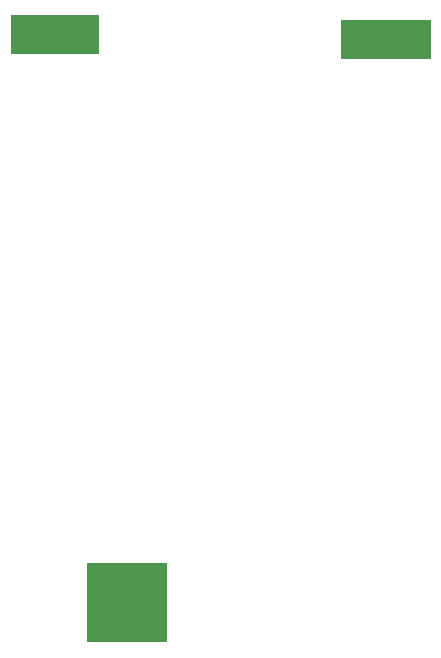
<source format=gtl>
%FSTAX23Y23*%
%MOIN*%
%SFA1B1*%

%IPPOS*%
%AMD19*
4,1,8,-0.013800,0.002900,-0.013800,-0.002900,-0.011800,-0.004900,0.011800,-0.004900,0.013800,-0.002900,0.013800,0.002900,0.011800,0.004900,-0.011800,0.004900,-0.013800,0.002900,0.0*
1,1,0.004000,-0.011800,0.002900*
1,1,0.004000,-0.011800,-0.002900*
1,1,0.004000,0.011800,-0.002900*
1,1,0.004000,0.011800,0.002900*
%
%AMD20*
4,1,8,0.002900,0.013800,-0.002900,0.013800,-0.004900,0.011800,-0.004900,-0.011800,-0.002900,-0.013800,0.002900,-0.013800,0.004900,-0.011800,0.004900,0.011800,0.002900,0.013800,0.0*
1,1,0.004000,0.002900,0.011800*
1,1,0.004000,-0.002900,0.011800*
1,1,0.004000,-0.002900,-0.011800*
1,1,0.004000,0.002900,-0.011800*
%
%AMD23*
4,1,8,0.036500,0.012200,-0.036500,0.012200,-0.048700,0.000000,-0.048700,0.000000,-0.036500,-0.012200,0.036500,-0.012200,0.048700,0.000000,0.048700,0.000000,0.036500,0.012200,0.0*
1,1,0.024400,0.036500,0.000000*
1,1,0.024400,-0.036500,0.000000*
1,1,0.024400,-0.036500,0.000000*
1,1,0.024400,0.036500,0.000000*
%
%AMD31*
4,1,8,0.003500,0.011800,-0.003500,0.011800,-0.004700,0.010600,-0.004700,-0.010600,-0.003500,-0.011800,0.003500,-0.011800,0.004700,-0.010600,0.004700,0.010600,0.003500,0.011800,0.0*
1,1,0.002400,0.003500,0.010600*
1,1,0.002400,-0.003500,0.010600*
1,1,0.002400,-0.003500,-0.010600*
1,1,0.002400,0.003500,-0.010600*
%
%AMD32*
4,1,8,0.010600,0.004700,-0.010600,0.004700,-0.011800,0.003500,-0.011800,-0.003500,-0.010600,-0.004700,0.010600,-0.004700,0.011800,-0.003500,0.011800,0.003500,0.010600,0.004700,0.0*
1,1,0.002400,0.010600,0.003500*
1,1,0.002400,-0.010600,0.003500*
1,1,0.002400,-0.010600,-0.003500*
1,1,0.002400,0.010600,-0.003500*
%
%AMD40*
4,1,8,0.121400,-0.045300,0.121400,0.045300,0.119500,0.047200,-0.119500,0.047200,-0.121400,0.045300,-0.121400,-0.045300,-0.119500,-0.047200,0.119500,-0.047200,0.121400,-0.045300,0.0*
1,1,0.003800,0.119500,-0.045300*
1,1,0.003800,0.119500,0.045300*
1,1,0.003800,-0.119500,0.045300*
1,1,0.003800,-0.119500,-0.045300*
%
%AMD41*
4,1,8,0.006900,0.031500,-0.006900,0.031500,-0.008800,0.029600,-0.008800,-0.029600,-0.006900,-0.031500,0.006900,-0.031500,0.008800,-0.029600,0.008800,0.029600,0.006900,0.031500,0.0*
1,1,0.003800,0.006900,0.029600*
1,1,0.003800,-0.006900,0.029600*
1,1,0.003800,-0.006900,-0.029600*
1,1,0.003800,0.006900,-0.029600*
%
%AMD44*
4,1,8,-0.025600,0.004400,-0.025600,-0.004400,-0.021200,-0.008800,0.021200,-0.008800,0.025600,-0.004400,0.025600,0.004400,0.021200,0.008800,-0.021200,0.008800,-0.025600,0.004400,0.0*
1,1,0.008800,-0.021200,0.004400*
1,1,0.008800,-0.021200,-0.004400*
1,1,0.008800,0.021200,-0.004400*
1,1,0.008800,0.021200,0.004400*
%
%AMD45*
4,1,8,-0.025600,0.004400,-0.025600,-0.004400,-0.021200,-0.008800,0.021200,-0.008800,0.025600,-0.004400,0.025600,0.004400,0.021200,0.008800,-0.021200,0.008800,-0.025600,0.004400,0.0*
1,1,0.008800,-0.021200,0.004400*
1,1,0.008800,-0.021200,-0.004400*
1,1,0.008800,0.021200,-0.004400*
1,1,0.008800,0.021200,0.004400*
%
%ADD11C,0.010000*%
%ADD16C,0.012000*%
%ADD17R,0.033500X0.053100*%
%ADD18R,0.057100X0.047200*%
G04~CAMADD=19~8~0.0~0.0~98.0~276.0~20.0~0.0~15~0.0~0.0~0.0~0.0~0~0.0~0.0~0.0~0.0~0~0.0~0.0~0.0~90.0~276.0~98.0*
%ADD19D19*%
G04~CAMADD=20~8~0.0~0.0~98.0~276.0~20.0~0.0~15~0.0~0.0~0.0~0.0~0~0.0~0.0~0.0~0.0~0~0.0~0.0~0.0~0.0~98.0~276.0*
%ADD20D20*%
%ADD21R,0.135800X0.135800*%
%ADD22R,0.035400X0.029500*%
G04~CAMADD=23~8~0.0~0.0~974.0~245.0~122.0~0.0~15~0.0~0.0~0.0~0.0~0~0.0~0.0~0.0~0.0~0~0.0~0.0~0.0~0.0~974.0~245.0*
%ADD23D23*%
%ADD24R,0.097400X0.024500*%
%ADD25R,0.031500X0.035400*%
%ADD26R,0.037400X0.021700*%
%ADD27R,0.035400X0.031500*%
%ADD28R,0.020500X0.022000*%
%ADD29R,0.029900X0.028300*%
%ADD30R,0.028300X0.029900*%
G04~CAMADD=31~8~0.0~0.0~94.0~236.0~12.0~0.0~15~0.0~0.0~0.0~0.0~0~0.0~0.0~0.0~0.0~0~0.0~0.0~0.0~0.0~94.0~236.0*
%ADD31D31*%
G04~CAMADD=32~8~0.0~0.0~236.0~94.0~12.0~0.0~15~0.0~0.0~0.0~0.0~0~0.0~0.0~0.0~0.0~0~0.0~0.0~0.0~0.0~236.0~94.0*
%ADD32D32*%
%ADD34R,0.102400X0.074800*%
%ADD35R,0.017700X0.017700*%
%ADD36R,0.017700X0.017700*%
%ADD37R,0.023600X0.021700*%
%ADD38R,0.090600X0.059100*%
%ADD39R,0.039800X0.047600*%
G04~CAMADD=40~8~0.0~0.0~945.0~2429.0~19.0~0.0~15~0.0~0.0~0.0~0.0~0~0.0~0.0~0.0~0.0~0~0.0~0.0~0.0~270.0~2428.0~944.0*
%ADD40D40*%
G04~CAMADD=41~8~0.0~0.0~177.0~630.0~19.0~0.0~15~0.0~0.0~0.0~0.0~0~0.0~0.0~0.0~0.0~0~0.0~0.0~0.0~0.0~177.0~630.0*
%ADD41D41*%
%ADD42R,0.062100X0.061300*%
%ADD43R,0.061300X0.062100*%
G04~CAMADD=44~8~0.0~0.0~177.0~512.0~44.0~0.0~15~0.0~0.0~0.0~0.0~0~0.0~0.0~0.0~0.0~0~0.0~0.0~0.0~90.0~512.0~176.0*
%ADD44D44*%
G04~CAMADD=45~8~0.0~0.0~177.0~512.0~44.0~0.0~15~0.0~0.0~0.0~0.0~0~0.0~0.0~0.0~0.0~0~0.0~0.0~0.0~90.0~512.0~176.0*
%ADD45D45*%
%ADD46R,0.059300X0.073200*%
%ADD47R,0.073200X0.059300*%
%ADD48R,0.033900X0.028900*%
%ADD49R,0.053100X0.037400*%
%ADD50R,0.053100X0.037400*%
%ADD51R,0.027600X0.025600*%
%ADD52R,0.167300X0.167300*%
%ADD53C,0.061700*%
%ADD54R,0.061700X0.061700*%
%ADD55C,0.030000*%
%ADD56R,0.059100X0.059100*%
%ADD57C,0.059100*%
%ADD58C,0.020000*%
%ADD59C,0.055100*%
%ADD60C,0.118100*%
%ADD61R,0.055100X0.055100*%
%ADD62C,0.026000*%
%ADD63C,0.060000*%
%ADD64C,0.042000*%
%ADD65C,0.015000*%
%ADD66C,0.006000*%
G36*
X0155Y01155D02*
X01285D01*
Y0142*
X0155*
Y01155*
G37*
G36*
X01325Y03115D02*
X01125D01*
X01124Y03115*
X0103*
Y03245*
X01325*
Y03115*
G37*
G36*
X0243Y031D02*
X0213D01*
Y0323*
X0243*
Y031*
G37*
M02*
</source>
